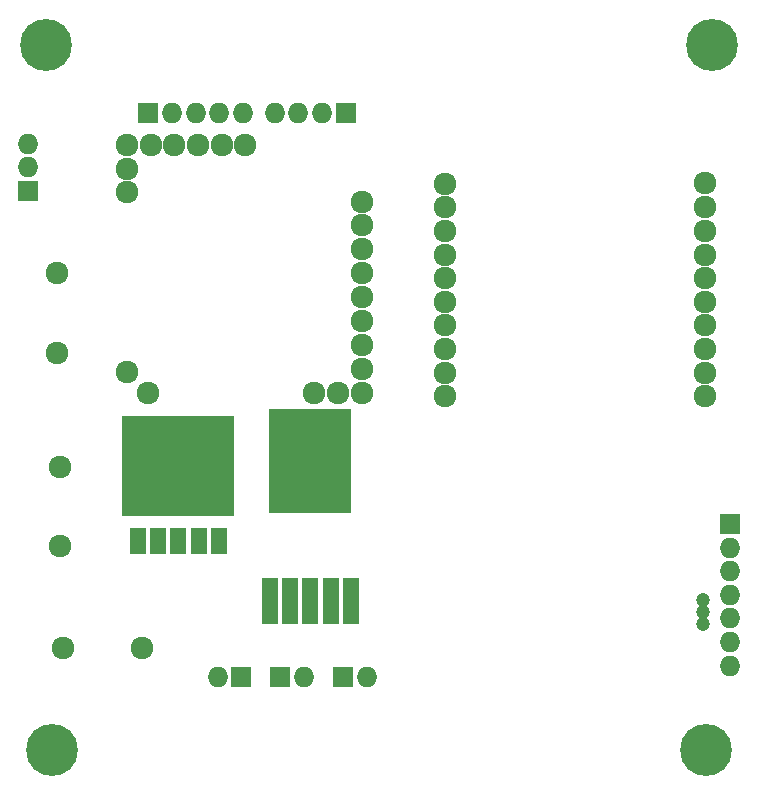
<source format=gbr>
G04 #@! TF.GenerationSoftware,KiCad,Pcbnew,5.0.0-rc3-unknown-3e22e5c~65~ubuntu16.04.1*
G04 #@! TF.CreationDate,2018-07-11T23:18:04-04:00*
G04 #@! TF.ProjectId,Phoenix_schema_new,50686F656E69785F736368656D615F6E,rev?*
G04 #@! TF.SameCoordinates,Original*
G04 #@! TF.FileFunction,Soldermask,Top*
G04 #@! TF.FilePolarity,Negative*
%FSLAX46Y46*%
G04 Gerber Fmt 4.6, Leading zero omitted, Abs format (unit mm)*
G04 Created by KiCad (PCBNEW 5.0.0-rc3-unknown-3e22e5c~65~ubuntu16.04.1) date Wed Jul 11 23:18:04 2018*
%MOMM*%
%LPD*%
G01*
G04 APERTURE LIST*
%ADD10C,4.400000*%
%ADD11C,1.924000*%
%ADD12R,1.750000X1.750000*%
%ADD13O,1.750000X1.750000*%
%ADD14C,1.200000*%
%ADD15R,1.365200X3.905200*%
%ADD16R,6.953200X8.858200*%
%ADD17R,1.460000X2.320000*%
%ADD18R,9.490000X8.520000*%
G04 APERTURE END LIST*
D10*
G04 #@! TO.C,REF\002A\002A*
X161544000Y-126085600D03*
G04 #@! TD*
D11*
G04 #@! TO.C,Zigbee*
X139446000Y-78130400D03*
X139430000Y-80131000D03*
X139430000Y-82131000D03*
X139430000Y-84131000D03*
X139430000Y-86131000D03*
X139430000Y-88131000D03*
X139430000Y-90131000D03*
X139430000Y-92131000D03*
X139430000Y-94131000D03*
X139430000Y-96131000D03*
X161442400Y-78079600D03*
X161430000Y-80131000D03*
X161430000Y-82131000D03*
X161430000Y-84131000D03*
X161430000Y-86131000D03*
X161430000Y-88131000D03*
X161430000Y-90131000D03*
X161430000Y-92131000D03*
X161430000Y-94131000D03*
X161430000Y-96131000D03*
G04 #@! TD*
D12*
G04 #@! TO.C,To ESCs*
X114300000Y-72136000D03*
D13*
X116300000Y-72136000D03*
X118300000Y-72136000D03*
X120300000Y-72136000D03*
X122300000Y-72136000D03*
G04 #@! TD*
D11*
G04 #@! TO.C,ELKA*
X132408477Y-85667204D03*
X132408477Y-83667204D03*
X132408477Y-81667204D03*
X132408477Y-79667204D03*
X114249200Y-95834200D03*
X112471200Y-94056200D03*
X132410200Y-87706200D03*
X132410200Y-89738200D03*
X132410200Y-91770200D03*
X132410200Y-93802200D03*
X128346200Y-95834200D03*
X130378200Y-95834200D03*
X132410200Y-95834200D03*
X112471200Y-78816200D03*
X112471200Y-76911200D03*
X122497200Y-74863200D03*
X120497200Y-74863200D03*
X118497200Y-74863200D03*
X116497200Y-74863200D03*
X114497200Y-74863200D03*
X112471200Y-74879200D03*
G04 #@! TD*
D10*
G04 #@! TO.C,REF\002A\002A*
X105664000Y-66395600D03*
G04 #@! TD*
D11*
G04 #@! TO.C,To EScs*
X106553000Y-85725000D03*
X106553000Y-92456000D03*
G04 #@! TD*
D14*
G04 #@! TO.C,R1*
X161290000Y-113385600D03*
X161290000Y-114401600D03*
X161290000Y-115417600D03*
G04 #@! TD*
D11*
G04 #@! TO.C,J1*
X106807000Y-108839000D03*
X106807000Y-102108000D03*
G04 #@! TD*
D12*
G04 #@! TO.C,J16*
X131000000Y-72136000D03*
D13*
X129000000Y-72136000D03*
X127000000Y-72136000D03*
X125000000Y-72136000D03*
G04 #@! TD*
D12*
G04 #@! TO.C,J3*
X122174000Y-119888000D03*
D13*
X120174000Y-119888000D03*
G04 #@! TD*
D12*
G04 #@! TO.C,J4*
X125476000Y-119888000D03*
D13*
X127476000Y-119888000D03*
G04 #@! TD*
D12*
G04 #@! TO.C,J5*
X130810000Y-119888000D03*
D13*
X132810000Y-119888000D03*
G04 #@! TD*
D11*
G04 #@! TO.C,J6*
X107061000Y-117475000D03*
X113792000Y-117475000D03*
G04 #@! TD*
D12*
G04 #@! TO.C,J9\002CJ15*
X163576000Y-106934000D03*
D13*
X163576000Y-108934000D03*
X163576000Y-110934000D03*
X163576000Y-112934000D03*
X163576000Y-114934000D03*
X163576000Y-116934000D03*
X163576000Y-118934000D03*
G04 #@! TD*
D15*
G04 #@! TO.C,*
X124612400Y-113449100D03*
X126314200Y-113449100D03*
X128016000Y-113449100D03*
X129717800Y-113449100D03*
X131419600Y-113449100D03*
D16*
X128016000Y-101650800D03*
G04 #@! TD*
D17*
G04 #@! TO.C,*
X113400000Y-108372000D03*
X115120000Y-108372000D03*
X116840000Y-108372000D03*
X118560000Y-108372000D03*
X120280000Y-108372000D03*
D18*
X116840000Y-101992000D03*
G04 #@! TD*
D12*
G04 #@! TO.C,*
X104140000Y-78740000D03*
D13*
X104140000Y-76740000D03*
X104140000Y-74740000D03*
G04 #@! TD*
D10*
G04 #@! TO.C,REF\002A\002A*
X162052000Y-66395600D03*
G04 #@! TD*
G04 #@! TO.C,REF\002A\002A*
X106172000Y-126085600D03*
G04 #@! TD*
M02*

</source>
